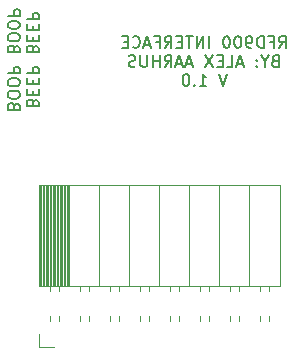
<source format=gbo>
G04 #@! TF.GenerationSoftware,KiCad,Pcbnew,(6.0.7)*
G04 #@! TF.CreationDate,2023-06-30T23:32:05-07:00*
G04 #@! TF.ProjectId,RFD900 Interface,52464439-3030-4204-996e-746572666163,rev?*
G04 #@! TF.SameCoordinates,Original*
G04 #@! TF.FileFunction,Legend,Bot*
G04 #@! TF.FilePolarity,Positive*
%FSLAX46Y46*%
G04 Gerber Fmt 4.6, Leading zero omitted, Abs format (unit mm)*
G04 Created by KiCad (PCBNEW (6.0.7)) date 2023-06-30 23:32:05*
%MOMM*%
%LPD*%
G01*
G04 APERTURE LIST*
%ADD10C,0.150000*%
%ADD11C,0.120000*%
%ADD12R,1.700000X1.700000*%
%ADD13O,1.700000X1.700000*%
G04 APERTURE END LIST*
D10*
X49383333Y-32717380D02*
X49716666Y-32241190D01*
X49954761Y-32717380D02*
X49954761Y-31717380D01*
X49573809Y-31717380D01*
X49478571Y-31765000D01*
X49430952Y-31812619D01*
X49383333Y-31907857D01*
X49383333Y-32050714D01*
X49430952Y-32145952D01*
X49478571Y-32193571D01*
X49573809Y-32241190D01*
X49954761Y-32241190D01*
X48621428Y-32193571D02*
X48954761Y-32193571D01*
X48954761Y-32717380D02*
X48954761Y-31717380D01*
X48478571Y-31717380D01*
X48097619Y-32717380D02*
X48097619Y-31717380D01*
X47859523Y-31717380D01*
X47716666Y-31765000D01*
X47621428Y-31860238D01*
X47573809Y-31955476D01*
X47526190Y-32145952D01*
X47526190Y-32288809D01*
X47573809Y-32479285D01*
X47621428Y-32574523D01*
X47716666Y-32669761D01*
X47859523Y-32717380D01*
X48097619Y-32717380D01*
X47050000Y-32717380D02*
X46859523Y-32717380D01*
X46764285Y-32669761D01*
X46716666Y-32622142D01*
X46621428Y-32479285D01*
X46573809Y-32288809D01*
X46573809Y-31907857D01*
X46621428Y-31812619D01*
X46669047Y-31765000D01*
X46764285Y-31717380D01*
X46954761Y-31717380D01*
X47050000Y-31765000D01*
X47097619Y-31812619D01*
X47145238Y-31907857D01*
X47145238Y-32145952D01*
X47097619Y-32241190D01*
X47050000Y-32288809D01*
X46954761Y-32336428D01*
X46764285Y-32336428D01*
X46669047Y-32288809D01*
X46621428Y-32241190D01*
X46573809Y-32145952D01*
X45954761Y-31717380D02*
X45859523Y-31717380D01*
X45764285Y-31765000D01*
X45716666Y-31812619D01*
X45669047Y-31907857D01*
X45621428Y-32098333D01*
X45621428Y-32336428D01*
X45669047Y-32526904D01*
X45716666Y-32622142D01*
X45764285Y-32669761D01*
X45859523Y-32717380D01*
X45954761Y-32717380D01*
X46050000Y-32669761D01*
X46097619Y-32622142D01*
X46145238Y-32526904D01*
X46192857Y-32336428D01*
X46192857Y-32098333D01*
X46145238Y-31907857D01*
X46097619Y-31812619D01*
X46050000Y-31765000D01*
X45954761Y-31717380D01*
X45002380Y-31717380D02*
X44907142Y-31717380D01*
X44811904Y-31765000D01*
X44764285Y-31812619D01*
X44716666Y-31907857D01*
X44669047Y-32098333D01*
X44669047Y-32336428D01*
X44716666Y-32526904D01*
X44764285Y-32622142D01*
X44811904Y-32669761D01*
X44907142Y-32717380D01*
X45002380Y-32717380D01*
X45097619Y-32669761D01*
X45145238Y-32622142D01*
X45192857Y-32526904D01*
X45240476Y-32336428D01*
X45240476Y-32098333D01*
X45192857Y-31907857D01*
X45145238Y-31812619D01*
X45097619Y-31765000D01*
X45002380Y-31717380D01*
X43478571Y-32717380D02*
X43478571Y-31717380D01*
X43002380Y-32717380D02*
X43002380Y-31717380D01*
X42430952Y-32717380D01*
X42430952Y-31717380D01*
X42097619Y-31717380D02*
X41526190Y-31717380D01*
X41811904Y-32717380D02*
X41811904Y-31717380D01*
X41192857Y-32193571D02*
X40859523Y-32193571D01*
X40716666Y-32717380D02*
X41192857Y-32717380D01*
X41192857Y-31717380D01*
X40716666Y-31717380D01*
X39716666Y-32717380D02*
X40050000Y-32241190D01*
X40288095Y-32717380D02*
X40288095Y-31717380D01*
X39907142Y-31717380D01*
X39811904Y-31765000D01*
X39764285Y-31812619D01*
X39716666Y-31907857D01*
X39716666Y-32050714D01*
X39764285Y-32145952D01*
X39811904Y-32193571D01*
X39907142Y-32241190D01*
X40288095Y-32241190D01*
X38954761Y-32193571D02*
X39288095Y-32193571D01*
X39288095Y-32717380D02*
X39288095Y-31717380D01*
X38811904Y-31717380D01*
X38478571Y-32431666D02*
X38002380Y-32431666D01*
X38573809Y-32717380D02*
X38240476Y-31717380D01*
X37907142Y-32717380D01*
X37002380Y-32622142D02*
X37050000Y-32669761D01*
X37192857Y-32717380D01*
X37288095Y-32717380D01*
X37430952Y-32669761D01*
X37526190Y-32574523D01*
X37573809Y-32479285D01*
X37621428Y-32288809D01*
X37621428Y-32145952D01*
X37573809Y-31955476D01*
X37526190Y-31860238D01*
X37430952Y-31765000D01*
X37288095Y-31717380D01*
X37192857Y-31717380D01*
X37050000Y-31765000D01*
X37002380Y-31812619D01*
X36573809Y-32193571D02*
X36240476Y-32193571D01*
X36097619Y-32717380D02*
X36573809Y-32717380D01*
X36573809Y-31717380D01*
X36097619Y-31717380D01*
X49050000Y-33803571D02*
X48907142Y-33851190D01*
X48859523Y-33898809D01*
X48811904Y-33994047D01*
X48811904Y-34136904D01*
X48859523Y-34232142D01*
X48907142Y-34279761D01*
X49002380Y-34327380D01*
X49383333Y-34327380D01*
X49383333Y-33327380D01*
X49050000Y-33327380D01*
X48954761Y-33375000D01*
X48907142Y-33422619D01*
X48859523Y-33517857D01*
X48859523Y-33613095D01*
X48907142Y-33708333D01*
X48954761Y-33755952D01*
X49050000Y-33803571D01*
X49383333Y-33803571D01*
X48192857Y-33851190D02*
X48192857Y-34327380D01*
X48526190Y-33327380D02*
X48192857Y-33851190D01*
X47859523Y-33327380D01*
X47526190Y-34232142D02*
X47478571Y-34279761D01*
X47526190Y-34327380D01*
X47573809Y-34279761D01*
X47526190Y-34232142D01*
X47526190Y-34327380D01*
X47526190Y-33708333D02*
X47478571Y-33755952D01*
X47526190Y-33803571D01*
X47573809Y-33755952D01*
X47526190Y-33708333D01*
X47526190Y-33803571D01*
X46335714Y-34041666D02*
X45859523Y-34041666D01*
X46430952Y-34327380D02*
X46097619Y-33327380D01*
X45764285Y-34327380D01*
X44954761Y-34327380D02*
X45430952Y-34327380D01*
X45430952Y-33327380D01*
X44621428Y-33803571D02*
X44288095Y-33803571D01*
X44145238Y-34327380D02*
X44621428Y-34327380D01*
X44621428Y-33327380D01*
X44145238Y-33327380D01*
X43811904Y-33327380D02*
X43145238Y-34327380D01*
X43145238Y-33327380D02*
X43811904Y-34327380D01*
X42050000Y-34041666D02*
X41573809Y-34041666D01*
X42145238Y-34327380D02*
X41811904Y-33327380D01*
X41478571Y-34327380D01*
X41192857Y-34041666D02*
X40716666Y-34041666D01*
X41288095Y-34327380D02*
X40954761Y-33327380D01*
X40621428Y-34327380D01*
X39716666Y-34327380D02*
X40050000Y-33851190D01*
X40288095Y-34327380D02*
X40288095Y-33327380D01*
X39907142Y-33327380D01*
X39811904Y-33375000D01*
X39764285Y-33422619D01*
X39716666Y-33517857D01*
X39716666Y-33660714D01*
X39764285Y-33755952D01*
X39811904Y-33803571D01*
X39907142Y-33851190D01*
X40288095Y-33851190D01*
X39288095Y-34327380D02*
X39288095Y-33327380D01*
X39288095Y-33803571D02*
X38716666Y-33803571D01*
X38716666Y-34327380D02*
X38716666Y-33327380D01*
X38240476Y-33327380D02*
X38240476Y-34136904D01*
X38192857Y-34232142D01*
X38145238Y-34279761D01*
X38050000Y-34327380D01*
X37859523Y-34327380D01*
X37764285Y-34279761D01*
X37716666Y-34232142D01*
X37669047Y-34136904D01*
X37669047Y-33327380D01*
X37240476Y-34279761D02*
X37097619Y-34327380D01*
X36859523Y-34327380D01*
X36764285Y-34279761D01*
X36716666Y-34232142D01*
X36669047Y-34136904D01*
X36669047Y-34041666D01*
X36716666Y-33946428D01*
X36764285Y-33898809D01*
X36859523Y-33851190D01*
X37050000Y-33803571D01*
X37145238Y-33755952D01*
X37192857Y-33708333D01*
X37240476Y-33613095D01*
X37240476Y-33517857D01*
X37192857Y-33422619D01*
X37145238Y-33375000D01*
X37050000Y-33327380D01*
X36811904Y-33327380D01*
X36669047Y-33375000D01*
X44954761Y-34937380D02*
X44621428Y-35937380D01*
X44288095Y-34937380D01*
X42669047Y-35937380D02*
X43240476Y-35937380D01*
X42954761Y-35937380D02*
X42954761Y-34937380D01*
X43050000Y-35080238D01*
X43145238Y-35175476D01*
X43240476Y-35223095D01*
X42240476Y-35842142D02*
X42192857Y-35889761D01*
X42240476Y-35937380D01*
X42288095Y-35889761D01*
X42240476Y-35842142D01*
X42240476Y-35937380D01*
X41573809Y-34937380D02*
X41478571Y-34937380D01*
X41383333Y-34985000D01*
X41335714Y-35032619D01*
X41288095Y-35127857D01*
X41240476Y-35318333D01*
X41240476Y-35556428D01*
X41288095Y-35746904D01*
X41335714Y-35842142D01*
X41383333Y-35889761D01*
X41478571Y-35937380D01*
X41573809Y-35937380D01*
X41669047Y-35889761D01*
X41716666Y-35842142D01*
X41764285Y-35746904D01*
X41811904Y-35556428D01*
X41811904Y-35318333D01*
X41764285Y-35127857D01*
X41716666Y-35032619D01*
X41669047Y-34985000D01*
X41573809Y-34937380D01*
X28576428Y-37344047D02*
X28528809Y-37201190D01*
X28481190Y-37153571D01*
X28385952Y-37105952D01*
X28243095Y-37105952D01*
X28147857Y-37153571D01*
X28100238Y-37201190D01*
X28052619Y-37296428D01*
X28052619Y-37677380D01*
X29052619Y-37677380D01*
X29052619Y-37344047D01*
X29005000Y-37248809D01*
X28957380Y-37201190D01*
X28862142Y-37153571D01*
X28766904Y-37153571D01*
X28671666Y-37201190D01*
X28624047Y-37248809D01*
X28576428Y-37344047D01*
X28576428Y-37677380D01*
X28576428Y-36677380D02*
X28576428Y-36344047D01*
X28052619Y-36201190D02*
X28052619Y-36677380D01*
X29052619Y-36677380D01*
X29052619Y-36201190D01*
X28576428Y-35772619D02*
X28576428Y-35439285D01*
X28052619Y-35296428D02*
X28052619Y-35772619D01*
X29052619Y-35772619D01*
X29052619Y-35296428D01*
X28052619Y-34867857D02*
X29052619Y-34867857D01*
X29052619Y-34486904D01*
X29005000Y-34391666D01*
X28957380Y-34344047D01*
X28862142Y-34296428D01*
X28719285Y-34296428D01*
X28624047Y-34344047D01*
X28576428Y-34391666D01*
X28528809Y-34486904D01*
X28528809Y-34867857D01*
X28576428Y-32772619D02*
X28528809Y-32629761D01*
X28481190Y-32582142D01*
X28385952Y-32534523D01*
X28243095Y-32534523D01*
X28147857Y-32582142D01*
X28100238Y-32629761D01*
X28052619Y-32725000D01*
X28052619Y-33105952D01*
X29052619Y-33105952D01*
X29052619Y-32772619D01*
X29005000Y-32677380D01*
X28957380Y-32629761D01*
X28862142Y-32582142D01*
X28766904Y-32582142D01*
X28671666Y-32629761D01*
X28624047Y-32677380D01*
X28576428Y-32772619D01*
X28576428Y-33105952D01*
X28576428Y-32105952D02*
X28576428Y-31772619D01*
X28052619Y-31629761D02*
X28052619Y-32105952D01*
X29052619Y-32105952D01*
X29052619Y-31629761D01*
X28576428Y-31201190D02*
X28576428Y-30867857D01*
X28052619Y-30725000D02*
X28052619Y-31201190D01*
X29052619Y-31201190D01*
X29052619Y-30725000D01*
X28052619Y-30296428D02*
X29052619Y-30296428D01*
X29052619Y-29915476D01*
X29005000Y-29820238D01*
X28957380Y-29772619D01*
X28862142Y-29725000D01*
X28719285Y-29725000D01*
X28624047Y-29772619D01*
X28576428Y-29820238D01*
X28528809Y-29915476D01*
X28528809Y-30296428D01*
X26966428Y-37629761D02*
X26918809Y-37486904D01*
X26871190Y-37439285D01*
X26775952Y-37391666D01*
X26633095Y-37391666D01*
X26537857Y-37439285D01*
X26490238Y-37486904D01*
X26442619Y-37582142D01*
X26442619Y-37963095D01*
X27442619Y-37963095D01*
X27442619Y-37629761D01*
X27395000Y-37534523D01*
X27347380Y-37486904D01*
X27252142Y-37439285D01*
X27156904Y-37439285D01*
X27061666Y-37486904D01*
X27014047Y-37534523D01*
X26966428Y-37629761D01*
X26966428Y-37963095D01*
X27442619Y-36772619D02*
X27442619Y-36582142D01*
X27395000Y-36486904D01*
X27299761Y-36391666D01*
X27109285Y-36344047D01*
X26775952Y-36344047D01*
X26585476Y-36391666D01*
X26490238Y-36486904D01*
X26442619Y-36582142D01*
X26442619Y-36772619D01*
X26490238Y-36867857D01*
X26585476Y-36963095D01*
X26775952Y-37010714D01*
X27109285Y-37010714D01*
X27299761Y-36963095D01*
X27395000Y-36867857D01*
X27442619Y-36772619D01*
X27442619Y-35725000D02*
X27442619Y-35534523D01*
X27395000Y-35439285D01*
X27299761Y-35344047D01*
X27109285Y-35296428D01*
X26775952Y-35296428D01*
X26585476Y-35344047D01*
X26490238Y-35439285D01*
X26442619Y-35534523D01*
X26442619Y-35725000D01*
X26490238Y-35820238D01*
X26585476Y-35915476D01*
X26775952Y-35963095D01*
X27109285Y-35963095D01*
X27299761Y-35915476D01*
X27395000Y-35820238D01*
X27442619Y-35725000D01*
X26442619Y-34867857D02*
X27442619Y-34867857D01*
X27442619Y-34486904D01*
X27395000Y-34391666D01*
X27347380Y-34344047D01*
X27252142Y-34296428D01*
X27109285Y-34296428D01*
X27014047Y-34344047D01*
X26966428Y-34391666D01*
X26918809Y-34486904D01*
X26918809Y-34867857D01*
X26966428Y-32772619D02*
X26918809Y-32629761D01*
X26871190Y-32582142D01*
X26775952Y-32534523D01*
X26633095Y-32534523D01*
X26537857Y-32582142D01*
X26490238Y-32629761D01*
X26442619Y-32724999D01*
X26442619Y-33105952D01*
X27442619Y-33105952D01*
X27442619Y-32772619D01*
X27395000Y-32677380D01*
X27347380Y-32629761D01*
X27252142Y-32582142D01*
X27156904Y-32582142D01*
X27061666Y-32629761D01*
X27014047Y-32677380D01*
X26966428Y-32772619D01*
X26966428Y-33105952D01*
X27442619Y-31915476D02*
X27442619Y-31724999D01*
X27395000Y-31629761D01*
X27299761Y-31534523D01*
X27109285Y-31486904D01*
X26775952Y-31486904D01*
X26585476Y-31534523D01*
X26490238Y-31629761D01*
X26442619Y-31724999D01*
X26442619Y-31915476D01*
X26490238Y-32010714D01*
X26585476Y-32105952D01*
X26775952Y-32153571D01*
X27109285Y-32153571D01*
X27299761Y-32105952D01*
X27395000Y-32010714D01*
X27442619Y-31915476D01*
X27442619Y-30867857D02*
X27442619Y-30677380D01*
X27395000Y-30582142D01*
X27299761Y-30486904D01*
X27109285Y-30439285D01*
X26775952Y-30439285D01*
X26585476Y-30486904D01*
X26490238Y-30582142D01*
X26442619Y-30677380D01*
X26442619Y-30867857D01*
X26490238Y-30963095D01*
X26585476Y-31058333D01*
X26775952Y-31105952D01*
X27109285Y-31105952D01*
X27299761Y-31058333D01*
X27395000Y-30963095D01*
X27442619Y-30867857D01*
X26442619Y-30010714D02*
X27442619Y-30010714D01*
X27442619Y-29629761D01*
X27395000Y-29534523D01*
X27347380Y-29486904D01*
X27252142Y-29439285D01*
X27109285Y-29439285D01*
X27014047Y-29486904D01*
X26966428Y-29534523D01*
X26918809Y-29629761D01*
X26918809Y-30010714D01*
D11*
X30587140Y-44285000D02*
X30587140Y-52915000D01*
X45260000Y-55425000D02*
X45260000Y-55865000D01*
X33280000Y-52915000D02*
X33280000Y-53325000D01*
X43440000Y-52915000D02*
X43440000Y-53325000D01*
X29642380Y-44285000D02*
X29642380Y-52915000D01*
X30941425Y-44285000D02*
X30941425Y-52915000D01*
X37640000Y-52915000D02*
X37640000Y-53325000D01*
X29524285Y-44285000D02*
X29524285Y-52915000D01*
X45260000Y-52915000D02*
X45260000Y-53325000D01*
X29878570Y-44285000D02*
X29878570Y-52915000D01*
X29050000Y-44285000D02*
X29050000Y-52915000D01*
X42720000Y-55425000D02*
X42720000Y-55865000D01*
X47800000Y-52915000D02*
X47800000Y-53325000D01*
X35100000Y-55425000D02*
X35100000Y-55865000D01*
X42720000Y-52915000D02*
X42720000Y-53325000D01*
X30350950Y-44285000D02*
X30350950Y-52915000D01*
X30469045Y-44285000D02*
X30469045Y-52915000D01*
X34190000Y-44285000D02*
X34190000Y-52915000D01*
X44350000Y-44285000D02*
X44350000Y-52915000D01*
X40900000Y-52915000D02*
X40900000Y-53325000D01*
X31177615Y-44285000D02*
X31177615Y-52915000D01*
X31059520Y-44285000D02*
X31059520Y-52915000D01*
X29050000Y-52915000D02*
X49490000Y-52915000D01*
X31413805Y-44285000D02*
X31413805Y-52915000D01*
X33280000Y-55425000D02*
X33280000Y-55865000D01*
X30232855Y-44285000D02*
X30232855Y-52915000D01*
X39270000Y-44285000D02*
X39270000Y-52915000D01*
X35820000Y-55425000D02*
X35820000Y-55865000D01*
X41810000Y-44285000D02*
X41810000Y-52915000D01*
X49490000Y-44285000D02*
X49490000Y-52915000D01*
X30020000Y-55425000D02*
X30020000Y-55805000D01*
X30740000Y-55425000D02*
X30740000Y-55805000D01*
X29406190Y-44285000D02*
X29406190Y-52915000D01*
X29050000Y-56915000D02*
X29050000Y-58025000D01*
X43440000Y-55425000D02*
X43440000Y-55865000D01*
X29170000Y-44285000D02*
X29170000Y-52915000D01*
X29050000Y-58025000D02*
X30380000Y-58025000D01*
X31531900Y-44285000D02*
X31531900Y-52915000D01*
X46890000Y-44285000D02*
X46890000Y-52915000D01*
X30114760Y-44285000D02*
X30114760Y-52915000D01*
X38360000Y-52915000D02*
X38360000Y-53325000D01*
X30823330Y-44285000D02*
X30823330Y-52915000D01*
X37640000Y-55425000D02*
X37640000Y-55865000D01*
X29050000Y-44285000D02*
X49490000Y-44285000D01*
X40180000Y-55425000D02*
X40180000Y-55865000D01*
X48520000Y-55425000D02*
X48520000Y-55865000D01*
X38360000Y-55425000D02*
X38360000Y-55865000D01*
X29288095Y-44285000D02*
X29288095Y-52915000D01*
X30020000Y-52915000D02*
X30020000Y-53325000D01*
X32560000Y-52915000D02*
X32560000Y-53325000D01*
X31650000Y-44285000D02*
X31650000Y-52915000D01*
X45980000Y-52915000D02*
X45980000Y-53325000D01*
X35820000Y-52915000D02*
X35820000Y-53325000D01*
X40180000Y-52915000D02*
X40180000Y-53325000D01*
X40900000Y-55425000D02*
X40900000Y-55865000D01*
X47800000Y-55425000D02*
X47800000Y-55865000D01*
X48520000Y-52915000D02*
X48520000Y-53325000D01*
X31295710Y-44285000D02*
X31295710Y-52915000D01*
X30705235Y-44285000D02*
X30705235Y-52915000D01*
X29760475Y-44285000D02*
X29760475Y-52915000D01*
X36730000Y-44285000D02*
X36730000Y-52915000D01*
X32560000Y-55425000D02*
X32560000Y-55865000D01*
X35100000Y-52915000D02*
X35100000Y-53325000D01*
X30740000Y-52915000D02*
X30740000Y-53325000D01*
X45980000Y-55425000D02*
X45980000Y-55865000D01*
X29996665Y-44285000D02*
X29996665Y-52915000D01*
%LPC*%
D12*
X27325000Y-40300000D03*
D13*
X27325000Y-42840000D03*
X27325000Y-45380000D03*
X27325000Y-47920000D03*
D12*
X35150000Y-40700000D03*
D13*
X35150000Y-38160000D03*
X35150000Y-35620000D03*
X35150000Y-33080000D03*
D12*
X33050000Y-27600000D03*
D13*
X35590000Y-27600000D03*
X38130000Y-27600000D03*
X40670000Y-27600000D03*
D12*
X30380000Y-56915000D03*
D13*
X30380000Y-54375000D03*
X32920000Y-56915000D03*
X32920000Y-54375000D03*
X35460000Y-56915000D03*
X35460000Y-54375000D03*
X38000000Y-56915000D03*
X38000000Y-54375000D03*
X40540000Y-56915000D03*
X40540000Y-54375000D03*
X43080000Y-56915000D03*
X43080000Y-54375000D03*
X45620000Y-56915000D03*
X45620000Y-54375000D03*
X48160000Y-56915000D03*
X48160000Y-54375000D03*
M02*

</source>
